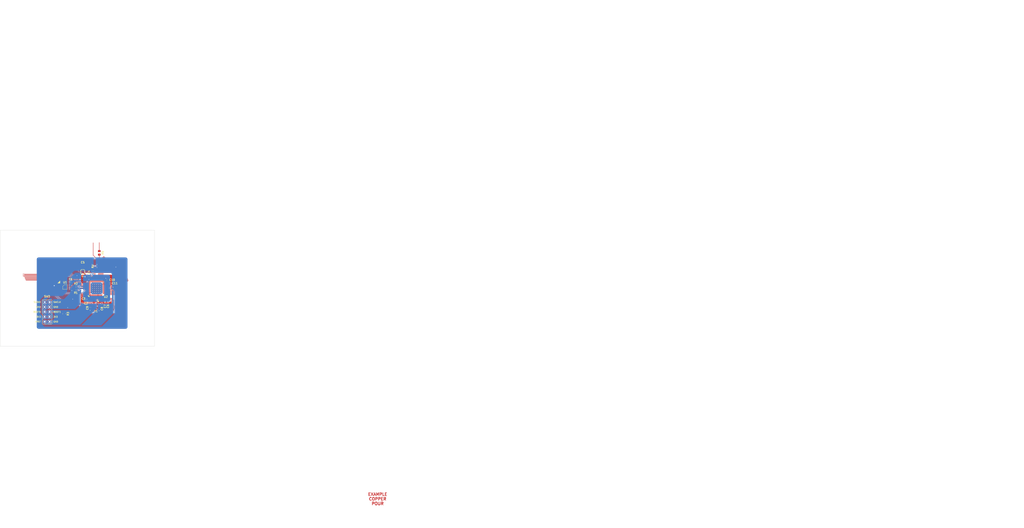
<source format=kicad_pcb>
(kicad_pcb (version 20221018) (generator pcbnew)
  (title_block (title "Joker template") (date "2021-09-11") (rev "V1.0.0") (company "Designed by Gondolindrim") (comment 1 "For the Acheron Project"))
  (layers (0 "F.Cu" signal) (31 "B.Cu" signal) (34 "B.Paste" user) (35 "F.Paste" user) (36 "B.SilkS" user "B.Silkscreen") (37 "F.SilkS" user "F.Silkscreen") (38 "B.Mask" user) (39 "F.Mask" user) (44 "Edge.Cuts" user))
  (net 0 "")
  (net 1 "Net-(C11-Pad2)")
  (net 2 "GND")
  (net 3 "3V3")
  (net 4 "5V")
  (net 5 "XTAL_OUT")
  (net 6 "XTAL_IN")
  (net 7 "SDA")
  (net 8 "SCL")
  (net 9 "D+")
  (net 10 "/PA9")
  (net 11 "unconnected-(U2-Pad2)")
  (net 12 "unconnected-(U2-Pad3)")
  (net 13 "unconnected-(U2-Pad4)")
  (net 14 "NRST")
  (net 15 "unconnected-(U2-Pad10)")
  (net 16 "unconnected-(U2-Pad11)")
  (net 17 "unconnected-(U2-Pad12)")
  (net 18 "unconnected-(U2-Pad13)")
  (net 19 "unconnected-(U2-Pad14)")
  (net 20 "unconnected-(U2-Pad15)")
  (net 21 "LED_PWM")
  (net 22 "unconnected-(U2-Pad17)")
  (net 23 "unconnected-(U2-Pad18)")
  (net 24 "CAPS_INDICATOR")
  (net 25 "PB2{slash}BOOT1")
  (net 26 "unconnected-(U2-Pad21)")
  (net 27 "unconnected-(U2-Pad25)")
  (net 28 "unconnected-(U2-Pad26)")
  (net 29 "unconnected-(U2-Pad27)")
  (net 30 "RGB_3V3")
  (net 31 "unconnected-(U2-Pad29)")
  (net 32 "unconnected-(U2-Pad31)")
  (net 33 "D-")
  (net 34 "SWDIO")
  (net 35 "SWCLK")
  (net 36 "unconnected-(U2-Pad38)")
  (net 37 "unconnected-(U2-Pad39)")
  (net 38 "unconnected-(U2-Pad40)")
  (net 39 "unconnected-(U2-Pad41)")
  (net 40 "BOOT0")
  (net 41 "unconnected-(U2-Pad45)")
  (net 42 "unconnected-(U2-Pad46)")
  (footprint "acheron_Components:TSSOP-8_4.4x3mm_P0.65mm" (layer "F.Cu") (at 224.4 124.499999)
    (fp_text reference "U1" (at 0 -2.45) (layer "F.SilkS") (effects (font (thickness 0.2))))
    (fp_text value "BL24C256A-SFRC")
    (pad "1" smd roundrect (at -2.8625 -0.975) (size 1.475 0.4) (layers "F.Cu" "F.Paste" "F.Mask") (roundrect_rratio 0.5) (net 2 "GND"))
    (pad "2" smd rect (at -2.8625 -0.325) (size 1.475 0.4) (layers "F.Cu" "F.Paste" "F.Mask") (net 2 "GND"))
    (pad "3" smd rect (at -2.8625 0.325) (size 1.475 0.4) (layers "F.Cu" "F.Paste" "F.Mask") (net 2 "GND"))
    (pad "4" smd rect (at -2.8625 0.975) (size 1.475 0.4) (layers "F.Cu" "F.Paste" "F.Mask") (net 2 "GND"))
    (pad "5" smd rect (at 2.8625 0.975) (size 1.475 0.4) (layers "F.Cu" "F.Paste" "F.Mask") (net 7 "SDA"))
    (pad "6" smd rect (at 2.8625 0.325) (size 1.475 0.4) (layers "F.Cu" "F.Paste" "F.Mask") (net 8 "SCL"))
    (pad "7" smd rect (at 2.8625 -0.325) (size 1.475 0.4) (layers "F.Cu" "F.Paste" "F.Mask") (net 2 "GND"))
    (pad "8" smd rect (at 2.8625 -0.975) (size 1.475 0.4) (layers "F.Cu" "F.Paste" "F.Mask") (net 3 "3V3"))
  )
  (footprint "Capacitor_SMD:C_0402_1005Metric" (layer "F.Cu") (at 237.349972 134.999999 -90)
    (fp_text reference "C9" (at 0.35 1.4 90) (layer "F.SilkS") (effects (font (thickness 0.2))))
    (fp_text value "16p")
    (pad "1" smd roundrect (at -0.48 0 270) (size 0.56 0.62) (layers "F.Cu" "F.Paste" "F.Mask") (net 6 "XTAL_IN"))
    (pad "2" smd roundrect (at 0.48 0 270) (size 0.56 0.62) (layers "F.Cu" "F.Paste" "F.Mask") (net 2 "GND"))
  )
  (footprint "Capacitor_SMD:C_0402_1005Metric" (layer "F.Cu") (at 247.4 122.6 180)
    (fp_text reference "C11" (at -1.2 0.05) (layer "F.SilkS") (effects (font (thickness 0.2)) (justify left)))
    (fp_text value "4.7u")
    (pad "1" smd roundrect (at -0.48 0 180) (size 0.56 0.62) (layers "F.Cu" "F.Paste" "F.Mask") (net 2 "GND"))
    (pad "2" smd roundrect (at 0.48 0 180) (size 0.56 0.62) (layers "F.Cu" "F.Paste" "F.Mask") (net 1 "Net-(C11-Pad2)"))
  )
  (footprint "Capacitor_SMD:C_0402_1005Metric" (layer "F.Cu") (at 227.4 121.8 180)
    (fp_text reference "C1" (at 0 1.4) (layer "F.SilkS") (effects (font (thickness 0.2))))
    (fp_text value "100n")
    (pad "1" smd roundrect (at -0.48 0 180) (size 0.56 0.62) (layers "F.Cu" "F.Paste" "F.Mask") (net 2 "GND"))
    (pad "2" smd roundrect (at 0.48 0 180) (size 0.56 0.62) (layers "F.Cu" "F.Paste" "F.Mask") (net 3 "3V3"))
  )
  (footprint "Resistor_SMD:R_0805_2012Metric" (layer "F.Cu") (at 242.149972 106.800001 -90)
    (fp_text reference "R5" (at 0 -1.8 90) (layer "F.SilkS") (effects (font (thickness 0.2))))
    (fp_text value "0R")
    (pad "1" smd roundrect (at -0.9125 0 270) (size 1.025 1.4) (layers "F.Cu" "F.Paste" "F.Mask") (roundrect_rratio 0.243902439) (net 4 "5V"))
    (pad "2" smd roundrect (at 0.9125 0 270) (size 1.025 1.4) (layers "F.Cu" "F.Paste" "F.Mask") (roundrect_rratio 0.243902439) (net 10 "/PA9"))
  )
  (footprint "acheron_Components:STM_UFQFPN-48_LQFP-48-1EP_7x7mm_P0.5mm_HandSoldering_ThermalReliefs" (layer "F.Cu") (at 240.749972 125.149999 90)
    (fp_text reference "U2" (at -4.4 4.8 180) (layer "F.SilkS") (effects (font (thickness 0.2))))
    (fp_text value "STM32F411CEU6")
    (pad "1" smd roundrect (at -4 -2.75 90) (size 1.8 0.3) (layers "F.Cu" "F.Paste" "F.Mask") (roundrect_rratio 0.5) (net 3 "3V3"))
    (pad "2" smd rect (at -4 -2.25 90) (size 1.8 0.3) (layers "F.Cu" "F.Paste" "F.Mask") (net 11 "unconnected-(U2-Pad2)"))
    (pad "3" smd rect (at -4 -1.75 90) (size 1.8 0.3) (layers "F.Cu" "F.Paste" "F.Mask") (net 12 "unconnected-(U2-Pad3)"))
    (pad "4" smd rect (at -4 -1.25 90) (size 1.8 0.3) (layers "F.Cu" "F.Paste" "F.Mask") (net 13 "unconnected-(U2-Pad4)"))
    (pad "5" smd rect (at -4 -0.75 90) (size 1.8 0.3) (layers "F.Cu" "F.Paste" "F.Mask") (net 6 "XTAL_IN"))
    (pad "6" smd rect (at -4 -0.25 90) (size 1.8 0.3) (layers "F.Cu" "F.Paste" "F.Mask") (net 5 "XTAL_OUT"))
    (pad "7" smd rect (at -4 0.25 90) (size 1.8 0.3) (layers "F.Cu" "F.Paste" "F.Mask") (net 14 "NRST"))
    (pad "8" smd rect (at -4 0.75 90) (size 1.8 0.3) (layers "F.Cu" "F.Paste" "F.Mask") (net 2 "GND"))
    (pad "9" smd rect (at -4 1.25 90) (size 1.8 0.3) (layers "F.Cu" "F.Paste" "F.Mask") (net 3 "3V3"))
    (pad "10" smd rect (at -4 1.75 90) (size 1.8 0.3) (layers "F.Cu" "F.Paste" "F.Mask") (net 15 "unconnected-(U2-Pad10)"))
    (pad "11" smd rect (at -4 2.25 90) (size 1.8 0.3) (layers "F.Cu" "F.Paste" "F.Mask") (net 16 "unconnected-(U2-Pad11)"))
    (pad "12" smd rect (at -4 2.75 90) (size 1.8 0.3) (layers "F.Cu" "F.Paste" "F.Mask") (net 17 "unconnected-(U2-Pad12)"))
    (pad "13" smd rect (at -2.75 4 180) (size 1.8 0.3) (layers "F.Cu" "F.Paste" "F.Mask") (net 18 "unconnected-(U2-Pad13)"))
    (pad "14" smd rect (at -2.25 4 180) (size 1.8 0.3) (layers "F.Cu" "F.Paste" "F.Mask") (net 19 "unconnected-(U2-Pad14)"))
    (pad "15" smd rect (at -1.75 4 180) (size 1.8 0.3) (layers "F.Cu" "F.Paste" "F.Mask") (net 20 "unconnected-(U2-Pad15)"))
    (pad "16" smd rect (at -1.25 4 180) (size 1.8 0.3) (layers "F.Cu" "F.Paste" "F.Mask") (net 21 "LED_PWM"))
    (pad "17" smd rect (at -0.75 4 180) (size 1.8 0.3) (layers "F.Cu" "F.Paste" "F.Mask") (net 22 "unconnected-(U2-Pad17)"))
    (pad "18" smd rect (at -0.25 4 180) (size 1.8 0.3) (layers "F.Cu" "F.Paste" "F.Mask") (net 23 "unconnected-(U2-Pad18)"))
    (pad "19" smd rect (at 0.25 4 180) (size 1.8 0.3) (layers "F.Cu" "F.Paste" "F.Mask") (net 24 "CAPS_INDICATOR"))
    (pad "20" smd rect (at 0.75 4 180) (size 1.8 0.3) (layers "F.Cu" "F.Paste" "F.Mask") (net 25 "PB2{slash}BOOT1"))
    (pad "21" smd rect (at 1.25 4 180) (size 1.8 0.3) (layers "F.Cu" "F.Paste" "F.Mask") (net 26 "unconnected-(U2-Pad21)"))
    (pad "22" smd rect (at 1.75 4 180) (size 1.8 0.3) (layers "F.Cu" "F.Paste" "F.Mask") (net 1 "Net-(C11-Pad2)"))
    (pad "23" smd rect (at 2.25 4 180) (size 1.8 0.3) (layers "F.Cu" "F.Paste" "F.Mask") (net 2 "GND"))
    (pad "24" smd rect (at 2.75 4 180) (size 1.8 0.3) (layers "F.Cu" "F.Paste" "F.Mask") (net 3 "3V3"))
    (pad "25" smd rect (at 4 2.75 90) (size 1.8 0.3) (layers "F.Cu" "F.Paste" "F.Mask") (net 27 "unconnected-(U2-Pad25)"))
    (pad "26" smd rect (at 4 2.25 90) (size 1.8 0.3) (layers "F.Cu" "F.Paste" "F.Mask") (net 28 "unconnected-(U2-Pad26)"))
    (pad "27" smd rect (at 4 1.75 90) (size 1.8 0.3) (layers "F.Cu" "F.Paste" "F.Mask") (net 29 "unconnected-(U2-Pad27)"))
    (pad "28" smd rect (at 4 1.25 90) (size 1.8 0.3) (layers "F.Cu" "F.Paste" "F.Mask") (net 30 "RGB_3V3"))
    (pad "29" smd rect (at 4 0.75 90) (size 1.8 0.3) (layers "F.Cu" "F.Paste" "F.Mask") (net 31 "unconnected-(U2-Pad29)"))
    (pad "30" smd rect (at 4 0.25 90) (size 1.8 0.3) (layers "F.Cu" "F.Paste" "F.Mask") (net 10 "/PA9"))
    (pad "31" smd rect (at 4 -0.25 90) (size 1.8 0.3) (layers "F.Cu" "F.Paste" "F.Mask") (net 32 "unconnected-(U2-Pad31)"))
    (pad "32" smd rect (at 4 -0.75 90) (size 1.8 0.3) (layers "F.Cu" "F.Paste" "F.Mask") (net 33 "D-"))
    (pad "33" smd rect (at 4 -1.25 90) (size 1.8 0.3) (layers "F.Cu" "F.Paste" "F.Mask") (net 9 "D+"))
    (pad "34" smd rect (at 4 -1.75 90) (size 1.8 0.3) (layers "F.Cu" "F.Paste" "F.Mask") (net 34 "SWDIO"))
    (pad "35" smd rect (at 4 -2.25 90) (size 1.8 0.3) (layers "F.Cu" "F.Paste" "F.Mask") (net 2 "GND"))
    (pad "36" smd rect (at 4 -2.75 90) (size 1.8 0.3) (layers "F.Cu" "F.Paste" "F.Mask") (net 3 "3V3"))
    (pad "37" smd rect (at 2.75 -4 180) (size 1.8 0.3) (layers "F.Cu" "F.Paste" "F.Mask") (net 35 "SWCLK"))
    (pad "38" smd rect (at 2.25 -4 180) (size 1.8 0.3) (layers "F.Cu" "F.Paste" "F.Mask") (net 36 "unconnected-(U2-Pad38)"))
    (pad "39" smd rect (at 1.75 -4 180) (size 1.8 0.3) (layers "F.Cu" "F.Paste" "F.Mask") (net 37 "unconnected-(U2-Pad39)"))
    (pad "40" smd rect (at 1.25 -4 180) (size 1.8 0.3) (layers "F.Cu" "F.Paste" "F.Mask") (net 38 "unconnected-(U2-Pad40)"))
    (pad "41" smd rect (at 0.75 -4 180) (size 1.8 0.3) (layers "F.Cu" "F.Paste" "F.Mask") (net 39 "unconnected-(U2-Pad41)"))
    (pad "42" smd rect (at 0.25 -4 180) (size 1.8 0.3) (layers "F.Cu" "F.Paste" "F.Mask") (net 8 "SCL"))
    (pad "43" smd rect (at -0.25 -4 180) (size 1.8 0.3) (layers "F.Cu" "F.Paste" "F.Mask") (net 7 "SDA"))
    (pad "44" smd rect (at -0.75 -4 180) (size 1.8 0.3) (layers "F.Cu" "F.Paste" "F.Mask") (net 40 "BOOT0"))
    (pad "45" smd rect (at -1.25 -4 180) (size 1.8 0.3) (layers "F.Cu" "F.Paste" "F.Mask") (net 41 "unconnected-(U2-Pad45)"))
    (pad "46" smd rect (at -1.75 -4 180) (size 1.8 0.3) (layers "F.Cu" "F.Paste" "F.Mask") (net 42 "unconnected-(U2-Pad46)"))
    (pad "47" smd rect (at -2.25 -4 180) (size 1.8 0.3) (layers "F.Cu" "F.Paste" "F.Mask") (net 2 "GND"))
    (pad "47" thru_hole circle (at -2 -2 90) (size 0.6 0.6) (drill 0.3) (layers "*.Cu" "F.Mask") (net 2 "GND"))
    (pad "47" thru_hole circle (at -2 -1 90) (size 0.6 0.6) (drill 0.3) (layers "*.Cu" "F.Mask") (net 2 "GND"))
    (pad "47" thru_hole circle (at -2 0 90) (size 0.6 0.6) (drill 0.3) (layers "*.Cu" "F.Mask") (net 2 "GND"))
    (pad "47" thru_hole circle (at -2 1 90) (size 0.6 0.6) (drill 0.3) (layers "*.Cu" "F.Mask") (net 2 "GND"))
    (pad "47" thru_hole circle (at -2 2 90) (size 0.6 0.6) (drill 0.3) (layers "*.Cu" "F.Mask") (net 2 "GND"))
    (pad "47" thru_hole circle (at -1 -2 90) (size 0.6 0.6) (drill 0.3) (layers "*.Cu" "F.Mask") (net 2 "GND"))
    (pad "47" thru_hole circle (at -1 -1 90) (size 0.6 0.6) (drill 0.3) (layers "*.Cu" "F.Mask") (net 2 "GND"))
    (pad "47" thru_hole circle (at -1 0 90) (size 0.6 0.6) (drill 0.3) (layers "*.Cu" "F.Mask") (net 2 "GND"))
    (pad "47" thru_hole circle (at -1 1 90) (size 0.6 0.6) (drill 0.3) (layers "*.Cu" "F.Mask") (net 2 "GND"))
    (pad "47" thru_hole circle (at -1 2 90) (size 0.6 0.6) (drill 0.3) (layers "*.Cu" "F.Mask") (net 2 "GND"))
    (pad "47" thru_hole circle (at 0 -2 90) (size 0.6 0.6) (drill 0.3) (layers "*.Cu" "F.Mask") (net 2 "GND"))
    (pad "47" thru_hole circle (at 0 -1 90) (size 0.6 0.6) (drill 0.3) (layers "*.Cu" "F.Mask") (net 2 "GND"))
    (pad "47" thru_hole circle (at 0 0 90) (size 0.6 0.6) (drill 0.3) (layers "*.Cu" "F.Mask") (net 2 "GND"))
    (pad "47" smd rect (at 0 0 90) (size 5.2 5.2) (layers "F.Cu" "F.Mask") (net 2 "GND"))
    (pad "47" thru_hole circle (at 0 1 90) (size 0.6 0.6) (drill 0.3) (layers "*.Cu" "F.Mask") (net 2 "GND"))
    (pad "47" thru_hole circle (at 0 2 90) (size 0.6 0.6) (drill 0.3) (layers "*.Cu" "F.Mask") (net 2 "GND"))
    (pad "47" thru_hole circle (at 1 -2 90) (size 0.6 0.6) (drill 0.3) (layers "*.Cu" "F.Mask") (net 2 "GND"))
    (pad "47" thru_hole circle (at 1 -1 90) (size 0.6 0.6) (drill 0.3) (layers "*.Cu" "F.Mask") (net 2 "GND"))
    (pad "47" thru_hole circle (at 1 0 90) (size 0.6 0.6) (drill 0.3) (layers "*.Cu" "F.Mask") (net 2 "GND"))
    (pad "47" thru_hole circle (at 1 1 90) (size 0.6 0.6) (drill 0.3) (layers "*.Cu" "F.Mask") (net 2 "GND"))
    (pad "47" thru_hole circle (at 1 2 90) (size 0.6 0.6) (drill 0.3) (layers "*.Cu" "F.Mask") (net 2 "GND"))
    (pad "47" thru_hole circle (at 2 -2 90) (size 0.6 0.6) (drill 0.3) (layers "*.Cu" "F.Mask") (net 2 "GND"))
    (pad "47" thru_hole circle (at 2 -1 90) (size 0.6 0.6) (drill 0.3) (layers "*.Cu" "F.Mask") (net 2 "GND"))
    (pad "47" thru_hole circle (at 2 0 90) (size 0.6 0.6) (drill 0.3) (layers "*.Cu" "F.Mask") (net 2 "GND"))
    (pad "47" thru_hole circle (at 2 1 90) (size 0.6 0.6) (drill 0.3) (layers "*.Cu" "F.Mask") (net 2 "GND"))
    (pad "47" thru_hole circle (at 2 2 90) (size 0.6 0.6) (drill 0.3) (layers "*.Cu" "F.Mask") (net 2 "GND"))
    (pad "48" smd rect (at -2.75 -4 180) (size 1.8 0.3) (layers "F.Cu" "F.Paste" "F.Mask") (net 3 "3V3"))
  )
  (footprint "acheron_Connectors:PinHeader_2x5_P2.54mm_Vertical_Staggered" (layer "F.Cu") (at 215.112972 137.382999)
    (fp_text reference "X1" hide)
    (fp_text value "ARM JTAG" hide)
    (pad "1" thru_hole rect (at -1.2065 -5.08) (size 1.524 1.524) (drill 0.762) (layers "*.Cu" "*.Mask") (net 34 "SWDIO"))
    (pad "2" thru_hole oval (at 1.3335 -5.08) (size 1.524 1.524) (drill 0.762) (layers "*.Cu" "*.Mask") (net 35 "SWCLK"))
    (pad "3" thru_hole oval (at -1.3335 -2.54) (size 1.524 1.524) (drill 0.762) (layers "*.Cu" "*.Mask") (net 2 "GND"))
    (pad "4" thru_hole oval (at 1.2065 -2.54) (size 1.524 1.524) (drill 0.762) (layers "*.Cu" "*.Mask") (net 2 "GND"))
    (pad "5" thru_hole oval (at -1.2065 0) (size 1.524 1.524) (drill 0.762) (layers "*.Cu" "*.Mask") (net 40 "BOOT0"))
    (pad "6" thru_hole oval (at 1.3335 0) (size 1.524 1.524) (drill 0.762) (layers "*.Cu" "*.Mask") (net 25 "PB2{slash}BOOT1"))
    (pad "7" thru_hole oval (at -1.3335 2.54) (size 1.524 1.524) (drill 0.762) (layers "*.Cu" "*.Mask") (net 3 "3V3"))
    (pad "8" thru_hole oval (at 1.2065 2.54) (size 1.524 1.524) (drill 0.762) (layers "*.Cu" "*.Mask") (net 3 "3V3"))
    (pad "9" thru_hole oval (at -1.2065 5.08) (size 1.524 1.524) (drill 0.762) (layers "*.Cu" "*.Mask") (net 14 "NRST"))
    (pad "10" thru_hole oval (at 1.3335 5.08) (size 1.524 1.524) (drill 0.762) (layers "*.Cu" "*.Mask") (net 2 "GND"))
  )
  (footprint "Capacitor_SMD:C_0402_1005Metric" (layer "F.Cu") (at 245.979971 120.8 180)
    (fp_text reference "C10" (at -1.2 0) (layer "F.SilkS") (effects (font (thickness 0.2)) (justify left)))
    (fp_text value "100n")
    (pad "1" smd roundrect (at -0.48 0 180) (size 0.56 0.62) (layers "F.Cu" "F.Paste" "F.Mask") (net 2 "GND"))
    (pad "2" smd roundrect (at 0.48 0 180) (size 0.56 0.62) (layers "F.Cu" "F.Paste" "F.Mask") (net 3 "3V3"))
  )
  (footprint "Capacitor_SMD:C_0402_1005Metric" (layer "F.Cu") (at 235.249972 131.749999 180)
    (fp_text reference "C2" (at 0 -1.3 180) (layer "F.SilkS") (effects (font (thickness 0.2))))
    (fp_text value "100n")
    (pad "1" smd roundrect (at -0.48 0 180) (size 0.56 0.62) (layers "F.Cu" "F.Paste" "F.Mask") (net 3 "3V3"))
    (pad "2" smd roundrect (at 0.48 0 180) (size 0.56 0.62) (layers "F.Cu" "F.Paste" "F.Mask") (net 2 "GND"))
  )
  (footprint "acheron_Components:CP_EIA-3216-10_Kemet-I_Pad1.58x1.35mm_HandSolder" (layer "F.Cu") (at 233.549972 115.149999 90)
    (fp_text reference "C5" (at 3.4 0 180) (layer "F.SilkS") (effects (font (thickness 0.2))))
    (fp_text value "10u")
    (pad "1" smd roundrect (at -1.4375 0 90) (size 1.575 1.35) (layers "F.Cu" "F.Paste" "F.Mask") (roundrect_rratio 0.185185) (net 3 "3V3"))
    (pad "2" smd roundrect (at 1.4375 0 90) (size 1.575 1.35) (layers "F.Cu" "F.Paste" "F.Mask") (roundrect_rratio 0.185185) (net 2 "GND"))
  )
  (footprint "Capacitor_SMD:C_0402_1005Metric" (layer "F.Cu") (at 246.649972 132.229999 -90)
    (fp_text reference "C6" (at 1.15 0 90) (layer "F.SilkS") (effects (font (thickness 0.2)) (justify right)))
    (fp_text value "1u")
    (pad "1" smd roundrect (at -0.48 0 270) (size 0.56 0.62) (layers "F.Cu" "F.Paste" "F.Mask") (net 3 "3V3"))
    (pad "2" smd roundrect (at 0.48 0 270) (size 0.56 0.62) (layers "F.Cu" "F.Paste" "F.Mask") (net 2 "GND"))
  )
  (footprint "acheron_Components:Crystal_SMD_3225-4Pin_3.2x2.5mm" (layer "F.Cu") (at 240.437472 134.399999 180)
    (fp_text reference "Y1" (at 0 -2.6) (layer "F.SilkS") (effects (font (thickness 0.2))))
    (fp_text value "7325-0800A2010-00")
    (pad "1" smd rect (at -1.1 0.85 180) (size 1.4 1.2) (layers "F.Cu" "F.Paste" "F.Mask") (net 5 "XTAL_OUT"))
    (pad "2" smd rect (at 1.1 0.85 180) (size 1.4 1.2) (layers "F.Cu" "F.Paste" "F.Mask") (net 2 "GND"))
    (pad "3" smd rect (at 1.1 -0.85 180) (size 1.4 1.2) (layers "F.Cu" "F.Paste" "F.Mask") (net 6 "XTAL_IN"))
    (pad "4" smd rect (at -1.1 -0.85 180) (size 1.4 1.2) (layers "F.Cu" "F.Paste" "F.Mask") (net 2 "GND"))
  )
  (footprint "Capacitor_SMD:C_0402_1005Metric" (layer "F.Cu") (at 233.949972 129.149999 180)
    (fp_text reference "C3" (at 0 -1.4) (layer "F.SilkS") (effects (font (thickness 0.2))))
    (fp_text value "100n")
    (pad "1" smd roundrect (at -0.48 0 180) (size 0.56 0.62) (layers "F.Cu" "F.Paste" "F.Mask") (net 3 "3V3"))
    (pad "2" smd roundrect (at 0.48 0 180) (size 0.56 0.62) (layers "F.Cu" "F.Paste" "F.Mask") (net 2 "GND"))
  )
  (footprint "Capacitor_SMD:C_0402_1005Metric" (layer "F.Cu") (at 243.549972 133.479999 -90)
    (fp_text reference "C8" (at 1.12 0 90) (layer "F.SilkS") (effects (font (thickness 0.2)) (justify right)))
    (fp_text value "16p")
    (pad "1" smd roundrect (at -0.48 0 270) (size 0.56 0.62) (layers "F.Cu" "F.Paste" "F.Mask") (net 5 "XTAL_OUT"))
    (pad "2" smd roundrect (at 0.48 0 270) (size 0.56 0.62) (layers "F.Cu" "F.Paste" "F.Mask") (net 2 "GND"))
  )
  (footprint "Resistor_SMD:R_0402_1005Metric" (layer "F.Cu") (at 230 126.149999 180)
    (fp_text reference "R1" (at 0 -1.35) (layer "F.SilkS") (effects (font (thickness 0.2))))
    (fp_text value "1.5k")
    (pad "1" smd roundrect (at -0.51 0 180) (size 0.54 0.64) (layers "F.Cu" "F.Paste" "F.Mask") (net 3 "3V3"))
    (pad "2" smd roundrect (at 0.51 0 180) (size 0.54 0.64) (layers "F.Cu" "F.Paste" "F.Mask") (net 7 "SDA"))
  )
  (footprint "Resistor_SMD:R_0402_1005Metric" (layer "F.Cu") (at 238.749973 116.000001 90)
    (fp_text reference "R4" (at 2.2 0 90) (layer "F.SilkS") (effects (font (thickness 0.2))))
    (fp_text value "1.5k")
    (pad "1" smd roundrect (at -0.51 0 90) (size 0.54 0.64) (layers "F.Cu" "F.Paste" "F.Mask") (net 3 "3V3"))
    (pad "2" smd roundrect (at 0.51 0 90) (size 0.54 0.64) (layers "F.Cu" "F.Paste" "F.Mask") (net 9 "D+"))
  )
  (footprint "Resistor_SMD:R_0402_1005Metric" (layer "F.Cu") (at 230 124.149999 180)
    (fp_text reference "R2" (at 0 1.4) (layer "F.SilkS") (effects (font (thickness 0.2))))
    (fp_text value "1.5k")
    (pad "1" smd roundrect (at -0.51 0 180) (size 0.54 0.64) (layers "F.Cu" "F.Paste" "F.Mask") (net 3 "3V3"))
    (pad "2" smd roundrect (at 0.51 0 180) (size 0.54 0.64) (layers "F.Cu" "F.Paste" "F.Mask") (net 8 "SCL"))
  )
  (footprint "Resistor_SMD:R_0805_2012Metric" (layer "F.Cu") (at 223.949972 138.349999 -90)
    (fp_text reference "R3" (at 0 -2 90) (layer "F.SilkS") (effects (font (thickness 0.2))))
    (fp_text value "10k")
    (pad "1" smd roundrect (at -0.9125 0 270) (size 1.025 1.4) (layers "F.Cu" "F.Paste" "F.Mask") (roundrect_rratio 0.243902) (net 25 "PB2{slash}BOOT1"))
    (pad "2" smd roundrect (at 0.9125 0 270) (size 1.025 1.4) (layers "F.Cu" "F.Paste" "F.Mask") (roundrect_rratio 0.243902) (net 2 "GND"))
  )
  (footprint "Capacitor_SMD:C_0402_1005Metric" (layer "F.Cu") (at 236.749972 119.149999 -90)
    (fp_text reference "C4" (at -1.2 0 90) (layer "F.SilkS") (effects (font (thickness 0.2)) (justify left)))
    (fp_text value "100n")
    (pad "1" smd roundrect (at -0.48 0 270) (size 0.56 0.62) (layers "F.Cu" "F.Paste" "F.Mask") (net 2 "GND"))
    (pad "2" smd roundrect (at 0.48 0 270) (size 0.56 0.62) (layers "F.Cu" "F.Paste" "F.Mask") (net 3 "3V3"))
  )
  (footprint "Capacitor_SMD:C_0402_1005Metric" (layer "F.Cu") (at 245.149972 132.229999 -90)
    (fp_text reference "C7" (at 1.15 0 90) (layer "F.SilkS") (effects (font (thickness 0.2)) (justify right)))
    (fp_text value "10n")
    (pad "1" smd roundrect (at -0.48 0 270) (size 0.56 0.62) (layers "F.Cu" "F.Paste" "F.Mask") (net 3 "3V3"))
    (pad "2" smd roundrect (at 0.48 0 270) (size 0.56 0.62) (layers "F.Cu" "F.Paste" "F.Mask") (net 2 "GND"))
  )
  (gr_line (start 270.749972 95.149999) (end 270.749972 155.149999) (stroke (width 0.1)) (layer "Edge.Cuts"))
  (gr_line (start 270.749972 155.149999) (end 190.749972 155.149999) (stroke (width 0.1)) (layer "Edge.Cuts"))
  (gr_line (start 190.749972 95.149999) (end 270.749972 95.149999) (stroke (width 0.1)) (layer "Edge.Cuts"))
  (gr_line (start 190.749972 155.149999) (end 190.749972 95.149999) (stroke (width 0.1)) (layer "Edge.Cuts"))
  (gr_text "EXAMPLE\nCOPPER\nPOUR" (at 386.349973 234.300001) (layer "F.Cu") (effects (font (size 1.5 1.5) (thickness 0.3))))
  (gr_text "nRST" (at 211.937972 142.462998) (layer "F.SilkS") (effects (font (size 0.8 0.8) (thickness 0.16)) (justify right)))
  (gr_text "3V3" (at 218.287972 139.922999) (layer "F.SilkS") (effects (font (size 0.8 0.8) (thickness 0.16)) (justify left)))
  (gr_text "SWD" (at 215.112972 129.382999) (layer "F.SilkS") (effects (font (size 1 1) (thickness 0.2))))
  (gr_text "GND" (at 218.287972 134.842999) (layer "F.SilkS") (effects (font (size 0.8 0.8) (thickness 0.16)) (justify left)))
  (gr_text "GND" (at 211.937972 134.842999) (layer "F.SilkS") (effects (font (size 0.8 0.8) (thickness 0.16)) (justify right)))
  (gr_text "SWDIO" (at 211.937972 132.303) (layer "F.SilkS") (effects (font (size 0.8 0.8) (thickness 0.16)) (justify right)))
  (gr_text "GND" (at 218.287972 142.462998) (layer "F.SilkS") (effects (font (size 0.8 0.8) (thickness 0.16)) (justify left)))
  (gr_text "BOOT0" (at 211.937972 137.382999) (layer "F.SilkS") (effects (font (size 0.8 0.8) (thickness 0.16)) (justify right)))
  (gr_text "3V3" (at 211.937972 139.922999) (layer "F.SilkS") (effects (font (size 0.8 0.8) (thickness 0.16)) (justify right)))
  (gr_text "BOOT1" (at 218.287972 137.382999) (layer "F.SilkS") (effects (font (size 0.8 0.8) (thickness 0.16)) (justify left)))
  (gr_text "SWCLK" (at 218.287972 132.303) (layer "F.SilkS") (effects (font (size 0.8 0.8) (thickness 0.16)) (justify left)))
  (segment (start 246.120001 123.399999) (end 246.92 122.6) (width 0.2) (layer "F.Cu") (net 1))
  (segment (start 244.749972 123.399999) (end 246.120001 123.399999) (width 0.2) (layer "F.Cu") (net 1))
  (segment (start 241.499972 129.149999) (end 241.499972 127.099999) (width 0.2) (layer "F.Cu") (net 2))
  (segment (start 244.749972 122.899999) (end 242.699972 122.899999) (width 0.2) (layer "F.Cu") (net 2))
  (segment (start 238.499972 121.149999) (end 238.499972 123.199999) (width 0.2) (layer "F.Cu") (net 2))
  (segment (start 236.749972 127.399999) (end 238.799972 127.399999) (width 0.2) (layer "F.Cu") (net 2))
  (segment (start 239.567472 133.119999) (end 239.587472 133.099999) (width 0.2) (layer "F.Cu") (net 2))
  (via (at 249.27497 124.599999) (size 0.6) (drill 0.3) (layers "F.Cu" "B.Cu") (net 2))
  (via (at 228.349972 130.749999) (size 0.6) (drill 0.3) (layers "F.Cu" "B.Cu") (net 2))
  (via (at 230.6 118.6) (size 0.6) (drill 0.3) (layers "F.Cu" "B.Cu") (net 2))
  (via (at 227.949972 126.299999) (size 0.6) (drill 0.3) (layers "F.Cu" "B.Cu") (net 2))
  (via (at 250.749972 114.149999) (size 0.6) (drill 0.3) (layers "F.Cu" "B.Cu") (net 2))
  (via (at 218.8 123.800001) (size 1) (drill 0.5) (layers "F.Cu" "B.Cu") (net 2))
  (via (at 238.349972 114.399999) (size 0.6) (drill 0.3) (layers "F.Cu" "B.Cu") (net 2))
  (via (at 240.949972 112.799999) (size 0.6) (drill 0.3) (layers "F.Cu" "B.Cu") (net 2))
  (via (at 238.349972 112.799999) (size 0.6) (drill 0.3) (layers "F.Cu" "B.Cu") (net 2))
  (via (at 237.4 136.6) (size 0.6) (drill 0.3) (layers "F.Cu" "B.Cu") (net 2))
  (via (at 242 136.8) (size 0.6) (drill 0.3) (layers "F.Cu" "B.Cu") (net 2))
  (via (at 225.749972 135.149999) (size 0.6) (drill 0.3) (layers "F.Cu" "B.Cu") (net 2))
  (via (at 240.949972 114.399999) (size 0.6) (drill 0.3) (layers "F.Cu" "B.Cu") (net 2))
  (segment (start 236.149972 129.149999) (end 234.429972 129.149999) (width 0.2) (layer "F.Cu") (net 3))
  (segment (start 234.429972 129.149999) (end 234.429972 130.149999) (width 0.2) (layer "F.Cu") (net 3))
  (segment (start 236.749972 119.629999) (end 237.529972 119.629999) (width 0.2) (layer "F.Cu") (net 3))
  (segment (start 236.539948 131.749999) (end 237.999972 130.289975) (width 0.2) (layer "F.Cu") (net 3))
  (segment (start 245.499971 120.8) (end 245.499971 119.949999) (width 0.2) (layer "F.Cu") (net 3))
  (segment (start 241.999972 129.149999) (end 241.999972 130.495017) (width 0.2) (layer "F.Cu") (net 3))
  (segment (start 234.749972 119.149999) (end 234.749972 117.787499) (width 0.5) (layer "F.Cu") (net 3))
  (segment (start 236.749972 128.549999) (end 236.149972 129.149999) (width 0.2) (layer "F.Cu") (net 3))
  (segment (start 235.729972 130.749999) (end 235.729972 131.749999) (width 0.2) (layer "F.Cu") (net 3))
  (segment (start 235.729972 131.749999) (end 236.539948 131.749999) (width 0.2) (layer "F.Cu") (net 3))
  (segment (start 226.92 121.8) (end 226.92 121.28) (width 0.2) (layer "F.Cu") (net 3))
  (segment (start 237.529972 119.629999) (end 237.999972 120.099999) (width 0.2) (layer "F.Cu") (net 3))
  (segment (start 226.92 121.8) (end 226.92 123.4) (width 0.2) (layer "F.Cu") (net 3))
  (segment (start 246.649972 131.749999) (end 247.649972 131.749999) (width 0.2) (layer "F.Cu") (net 3))
  (segment (start 237.999972 130.289975) (end 237.999972 129.149999) (width 0.2) (layer "F.Cu") (net 3))
  (segment (start 233.549972 116.587499) (end 232.187472 116.587499) (width 0.5) (layer "F.Cu") (net 3))
  (segment (start 236.779972 119.629999) (end 236.779972 120.549999) (width 0.2) (layer "F.Cu") (net 3))
  (segment (start 234.749972 117.787499) (end 233.549972 116.587499) (width 0.5) (layer "F.Cu") (net 3))
  (segment (start 236.749972 127.899999) (end 236.749972 128.549999) (width 0.2) (layer "F.Cu") (net 3))
  (segment (start 244.749972 122.399999) (end 244.749972 121.549999) (width 0.2) (layer "F.Cu") (net 3))
  (segment (start 238.900472 116.6605) (end 238.749973 116.510001) (width 0.2) (layer "F.Cu") (net 3))
  (segment (start 244.89853 131.498557) (end 246.39853 131.498557) (width 0.2) (layer "F.Cu") (net 3))
  (segment (start 244.89853 131.498557) (end 245.149972 131.749999) (width 0.2) (layer "F.Cu") (net 3))
  (segment (start 238.900472 117.400001) (end 238.900472 116.6605) (width 0.2) (layer "F.Cu") (net 3))
  (segment (start 245.499971 120.8) (end 244.749972 121.549999) (width 0.2) (layer "F.Cu") (net 3))
  (segment (start 243.003512 131.498557) (end 244.89853 131.498557) (width 0.2) (layer "F.Cu") (net 3))
  (segment (start 232.187472 116.587499) (end 230.149972 114.549999) (width 0.5) (layer "F.Cu") (net 3))
  (segment (start 246.39853 131.498557) (end 246.649972 131.749999) (width 0.2) (layer "F.Cu") (net 3))
  (segment (start 237.999972 121.149999) (end 237.999972 120.099999) (width 0.2) (layer "F.Cu") (net 3))
  (segment (start 241.999972 130.495017) (end 243.003512 131.498557) (width 0.2) (layer "F.Cu") (net 3))
  (segment (start 230.149972 114.549999) (end 230.149972 111.549999) (width 0.5) (layer "F.Cu") (net 3))
  (segment (start 226.92 121.28) (end 227.6 120.6) (width 0.2) (layer "F.Cu") (net 3))
  (segment (start 230.51 124.149999) (end 231.349972 124.149999) (width 0.2) (layer "F.Cu") (net 3))
  (segment (start 236.199972 127.899999) (end 236.749972 127.899999) (width 0.2) (layer "F.Cu") (net 3))
  (segment (start 230.51 126.099999) (end 231.4 126.099999) (width 0.2) (layer "F.Cu") (net 3))
  (via (at 234.429972 130.149999) (size 0.6) (drill 0.3) (layers "F.Cu" "B.Cu") (net 3))
  (via (at 247.649972 131.749999) (size 0.6) (drill 0.3) (layers "F.Cu" "B.Cu") (net 3))
  (via (at 236.779972 120.549999) (size 0.6) (drill 0.3) (layers "F.Cu" "B.Cu") (net 3))
  (via (at 235.729972 130.749999) (size 0.6) (drill 0.3) (layers "F.Cu" "B.Cu") (net 3))
  (via (at 231.349972 124.149999) (size 0.6) (drill 0.3) (layers "F.Cu" "B.Cu") (net 3))
  (via (at 245.499971 119.949999) (size 0.6) (drill 0.3) (layers "F.Cu" "B.Cu") (net 3))
  (via (at 234.749972 119.149999) (size 1) (drill 0.5) (layers "F.Cu" "B.Cu") (net 3))
  (via (at 227.6 120.6) (size 0.6) (drill 0.3) (layers "F.Cu" "B.Cu") (net 3))
  (via (at 231.4 126.099999) (size 0.6) (drill 0.3) (layers "F.Cu" "B.Cu") (net 3))
  (via (at 238.900472 117.400001) (size 0.6) (drill 0.3) (layers "F.Cu" "B.Cu") (net 3))
  (segment (start 211.957972 131.157999) (end 211.957972 138.101499) (width 0.2) (layer "B.Cu") (net 3))
  (segment (start 237.000453 116.40048) (end 229.384486 116.400479) (width 0.2) (layer "B.Cu") (net 3))
  (segment (start 238.900472 117.400001) (end 238.900472 118.300499) (width 0.2) (layer "B.Cu") (net 3))
  (segment (start 216.319472 139.922999) (end 213.779472 139.922999) (width 0.2) (layer "B.Cu") (net 3))
  (segment (start 211.957972 138.101499) (end 213.779472 139.922999) (width 0.2) (layer "B.Cu") (net 3))
  (segment (start 232.35 125.149999) (end 234.149972 125.149999) (width 0.5) (layer "B.Cu") (net 3))
  (segment (start 225.950453 119.834512) (end 225.950453 126.965518) (width 0.2) (layer "B.Cu") (net 3))
  (segment (start 229.384486 116.400479) (end 225.950453 119.834512) (width 0.2) (layer "B.Cu") (net 3))
  (segment (start 225.950453 126.965518) (end 223.357972 129.557999) (width 0.2) (layer "B.Cu") (net 3))
  (segment (start 238.900472 118.300499) (end 237.000453 116.40048) (width 0.2) (layer "B.Cu") (net 3))
  (segment (start 247.649972 131.749999) (end 247.249972 131.349999) (width 0.5) (layer "B.Cu") (net 3))
  (segment (start 231.4 126.099999) (end 232.35 125.149999) (width 0.5) (layer "B.Cu") (net 3))
  (segment (start 213.557972 129.557999) (end 211.957972 131.157999) (width 0.2) (layer "B.Cu") (net 3))
  (segment (start 231.349972 124.149999) (end 234.149972 124.149999) (width 0.5) (layer "B.Cu") (net 3))
  (segment (start 227.6 120.6) (end 234.349972 120.599999) (width 0.2) (layer "B.Cu") (net 3))
  (segment (start 223.357972 129.557999) (end 213.557972 129.557999) (width 0.2) (layer "B.Cu") (net 3))
  (segment (start 242.149972 105.874999) (end 242.149972 101.450028) (width 0.2) (layer "F.Cu") (net 4))
  (segment (start 240.499972 129.149999) (end 240.499972 132.512499) (width 0.2) (layer "F.Cu") (net 5))
  (segment (start 242.087472 132.999999) (end 241.537472 133.549999) (width 0.2) (layer "F.Cu") (net 5))
  (segment (start 243.549972 132.999999) (end 242.087472 132.999999) (width 0.2) (layer "F.Cu") (net 5))
  (segment (start 240.499972 132.512499) (end 241.537472 133.549999) (width 0.2) (layer "F.Cu") (net 5))
  (segment (start 238.079972 135.249999) (end 237.349972 134.519999) (width 0.2) (layer "F.Cu") (net 6))
  (segment (start 237.349972 134.519999) (end 237.349972 133.199999) (width 0.2) (layer "F.Cu") (net 6))
  (segment (start 239.107472 135.479999) (end 239.337472 135.249999) (width 0.2) (layer "F.Cu") (net 6))
  (segment (start 239.337472 135.249999) (end 238.079972 135.249999) (width 0.2) (layer "F.Cu") (net 6))
  (segment (start 237.349972 133.199999) (end 239.999972 130.549999) (width 0.2) (layer "F.Cu") (net 6))
  (segment (start 239.999972 130.549999) (end 239.999972 129.149999) (width 0.2) (layer "F.Cu") (net 6))
  (segment (start 230.24 125.399999) (end 229.49 126.149999) (width 0.2) (layer "F.Cu") (net 7))
  (segment (start 236.730452 125.380479) (end 236.749972 125.399999) (width 0.2) (layer "F.Cu") (net 7))
  (segment (start 227.2625 125.474999) (end 228.815 125.474999) (width 0.2) (layer "F.Cu") (net 7))
  (segment (start 228.815 125.474999) (end 229.49 126.149999) (width 0.2) (layer "F.Cu") (net 7))
  (segment (start 236.749972 125.399999) (end 230.24 125.399999) (width 0.2) (layer "F.Cu") (net 7))
  (segment (start 228.815 124.824999) (end 229.49 124.149999) (width 0.2) (layer "F.Cu") (net 8))
  (segment (start 227.2625 124.824999) (end 228.815 124.824999) (width 0.2) (layer "F.Cu") (net 8))
  (segment (start 236.749972 124.899999) (end 230.24 124.899999) (width 0.2) (layer "F.Cu") (net 8))
  (segment (start 230.24 124.899999) (end 229.49 124.149999) (width 0.2) (layer "F.Cu") (net 8))
  (segment (start 239.499972 114.740002) (end 239.499972 113.749999) (width 0.2) (layer "F.Cu") (net 9))
  (segment (start 239.499972 121.149999) (end 239.499972 114.740002) (width 0.2) (layer "F.Cu") (net 9))
  (segment (start 238.749973 115.490001) (end 239.499972 114.740002) (width 0.2) (layer "F.Cu") (net 9))
  (segment (start 239.499972 113.749999) (end 239.349972 113.599999) (width 0.2) (layer "F.Cu") (net 9))
  (via (at 239.349972 113.599999) (size 0.6) (drill 0.3) (layers "F.Cu" "B.Cu") (net 9))
  (via (at 239.349972 113.599999) (size 0.6) (drill 0.3) (layers "F.Cu" "B.Cu") (net 9))
  (segment (start 239.549972 109.117155) (end 239.549972 113.399999) (width 0.2) (layer "B.Cu") (net 9))
  (segment (start 239.549972 113.399999) (end 239.349972 113.599999) (width 0.2) (layer "B.Cu") (net 9))
  (segment (start 240.999972 119.315005) (end 242.149972 118.165005) (width 0.2) (layer "F.Cu") (net 10))
  (segment (start 242.149972 118.165005) (end 242.149972 107.324999) (width 0.2) (layer "F.Cu") (net 10))
  (segment (start 240.999972 121.149999) (end 240.999972 119.315005) (width 0.2) (layer "F.Cu") (net 10))
  (segment (start 235.927477 132.927477) (end 224.312442 132.927477) (width 0.2) (layer "F.Cu") (net 11))
  (segment (start 238.499972 130.354981) (end 235.927477 132.927477) (width 0.2) (layer "F.Cu") (net 11))
  (segment (start 224.312442 132.927477) (end 211.582085 120.197119) (width 0.2) (layer "F.Cu") (net 11))
  (segment (start 211.582085 120.197119) (end 203.749972 120.197119) (width 0.2) (layer "F.Cu") (net 11))
  (segment (start 238.499972 129.149999) (end 238.499972 130.354981) (width 0.2) (layer "F.Cu") (net 11))
  (segment (start 224.146957 133.326996) (end 236.092963 133.326996) (width 0.2) (layer "F.Cu") (net 12))
  (segment (start 211.416599 120.596639) (end 224.146957 133.326996) (width 0.2) (layer "F.Cu") (net 12))
  (segment (start 238.999972 130.419987) (end 238.999972 129.149999) (width 0.2) (layer "F.Cu") (net 12))
  (segment (start 236.092963 133.326996) (end 238.999972 130.419987) (width 0.2) (layer "F.Cu") (net 12))
  (segment (start 203.949972 120.596639) (end 211.416599 120.596639) (width 0.2) (layer "F.Cu") (net 12))
  (segment (start 204.149972 120.996159) (end 211.251113 120.996159) (width 0.2) (layer "F.Cu") (net 13))
  (segment (start 223.981471 133.726516) (end 236.258449 133.726516) (width 0.2) (layer "F.Cu") (net 13))
  (segment (start 236.258449 133.726516) (end 239.499972 130.484993) (width 0.2) (layer "F.Cu") (net 13))
  (segment (start 239.499972 130.484993) (end 239.499972 129.149999) (width 0.2) (layer "F.Cu") (net 13))
  (segment (start 211.251113 120.996159) (end 223.981471 133.726516) (width 0.2) (layer "F.Cu") (net 13))
  (segment (start 240.999972 131.049999) (end 241.149972 131.199999) (width 0.2) (layer "F.Cu") (net 14))
  (segment (start 240.999972 129.149999) (end 240.999972 131.049999) (width 0.2) (layer "F.Cu") (net 14))
  (via (at 241.149972 131.199999) (size 0.6) (drill 0.3) (layers "F.Cu" "B.Cu") (net 14))
  (segment (start 213.244481 143.479502) (end 214.115458 144.350479) (width 0.2) (layer "B.Cu") (net 14))
  (segment (start 214.115458 144.350479) (end 232.399492 144.350479) (width 0.2) (layer "B.Cu") (net 14))
  (segment (start 213.906472 142.462999) (end 213.244481 143.12499) (width 0.2) (layer "B.Cu") (net 14))
  (segment (start 213.244481 143.12499) (end 213.244481 143.479502) (width 0.2) (layer "B.Cu") (net 14))
  (segment (start 241.149972 135.599999) (end 241.149972 131.199999) (width 0.2) (layer "B.Cu") (net 14))
  (segment (start 232.399492 144.350479) (end 241.149972 135.599999) (width 0.2) (layer "B.Cu") (net 14))
  (segment (start 248.814391 134.430007) (end 251.282461 136.898077) (width 0.2) (layer "F.Cu") (net 15))
  (segment (start 242.499972 130.430011) (end 243.168999 131.099038) (width 0.2) (layer "F.Cu") (net 15))
  (segment (start 243.168999 131.099038) (end 248.211511 131.099039) (width 0.2) (layer "F.Cu") (net 15))
  (segment (start 248.211511 131.099039) (end 248.814391 131.701919) (width 0.2) (layer "F.Cu") (net 15))
  (segment (start 248.814391 131.701919) (end 248.814391 134.430007) (width 0.2) (layer "F.Cu") (net 15))
  (segment (start 242.499972 129.149999) (end 242.499972 130.430011) (width 0.2) (layer "F.Cu") (net 15))
  (segment (start 251.447946 136.498556) (end 249.213913 134.264523) (width 0.2) (layer "F.Cu") (net 16))
  (segment (start 249.213911 131.466445) (end 248.446985 130.699519) (width 0.2) (layer "F.Cu") (net 16))
  (segment (start 243.334486 130.699519) (end 242.999972 130.365005) (width 0.2) (layer "F.Cu") (net 16))
  (segment (start 242.999972 130.365005) (end 242.999972 129.149999) (width 0.2) (layer "F.Cu") (net 16))
  (segment (start 248.446985 130.699519) (end 243.334486 130.699519) (width 0.2) (layer "F.Cu") (net 16))
  (segment (start 249.213913 134.264523) (end 249.213911 131.466445) (width 0.2) (layer "F.Cu") (net 16))
  (segment (start 249.613433 134.099037) (end 251.613433 136.099037) (width 0.2) (layer "F.Cu") (net 17))
  (segment (start 249.613431 131.300959) (end 249.613433 134.099037) (width 0.2) (layer "F.Cu") (net 17))
  (segment (start 248.612471 130.299999) (end 249.613431 131.300959) (width 0.2) (layer "F.Cu") (net 17))
  (segment (start 243.499972 129.149999) (end 243.499972 129.949999) (width 0.2) (layer "F.Cu") (net 17))
  (segment (start 243.499972 129.949999) (end 243.849972 130.299999) (width 0.2) (layer "F.Cu") (net 17))
  (segment (start 243.849972 130.299999) (end 248.612471 130.299999) (width 0.2) (layer "F.Cu") (net 17))
  (segment (start 244.749972 127.899999) (end 246.022435 127.899999) (width 0.2) (layer "F.Cu") (net 18))
  (segment (start 246.022435 127.899999) (end 246.619551 128.497115) (width 0.2) (layer "F.Cu") (net 18))
  (segment (start 249.80539 128.497116) (end 257.205867 121.096639) (width 0.2) (layer "F.Cu") (net 18))
  (segment (start 246.619551 128.497115) (end 249.80539 128.497116) (width 0.2) (layer "F.Cu") (net 18))
  (segment (start 249.639903 128.097597) (end 257.040381 120.697119) (width 0.2) (layer "F.Cu") (net 19))
  (segment (start 246.785038 128.097596) (end 249.639903 128.097597) (width 0.2) (layer "F.Cu") (net 19))
  (segment (start 244.749972 127.399999) (end 246.087441 127.399999) (width 0.2) (layer "F.Cu") (net 19))
  (segment (start 246.087441 127.399999) (end 246.785038 128.097596) (width 0.2) (layer "F.Cu") (net 19))
  (segment (start 246.950525 127.698077) (end 249.474416 127.698078) (width 0.2) (layer "F.Cu") (net 20))
  (segment (start 249.474416 127.698078) (end 256.874895 120.297599) (width 0.2) (layer "F.Cu") (net 20))
  (segment (start 246.152447 126.899999) (end 246.950525 127.698077) (width 0.2) (layer "F.Cu") (net 20))
  (segment (start 244.749972 126.899999) (end 246.152447 126.899999) (width 0.2) (layer "F.Cu") (net 20))
  (segment (start 246.217453 126.399999) (end 244.749972 126.399999) (width 0.2) (layer "F.Cu") (net 21))
  (segment (start 256.709409 119.898079) (end 249.30893 127.298558) (width 0.2) (layer "F.Cu") (net 21))
  (segment (start 249.30893 127.298558) (end 247.116012 127.298558) (width 0.2) (layer "F.Cu") (net 21))
  (segment (start 247.116012 127.298558) (end 246.217453 126.399999) (width 0.2) (layer "F.Cu") (net 21))
  (segment (start 246.282459 125.899999) (end 244.749972 125.899999) (width 0.2) (layer "F.Cu") (net 22))
  (segment (start 256.543923 119.498559) (end 249.143443 126.899039) (width 0.2) (layer "F.Cu") (net 22))
  (segment (start 249.143443 126.899039) (end 247.281499 126.899039) (width 0.2) (layer "F.Cu") (net 22))
  (segment (start 247.281499 126.899039) (end 246.282459 125.899999) (width 0.2) (layer "F.Cu") (net 22))
  (segment (start 246.347465 125.399999) (end 244.749972 125.399999) (width 0.2) (layer "F.Cu") (net 23))
  (segment (start 248.977958 126.499518) (end 247.446985 126.499519) (width 0.2) (layer "F.Cu") (net 23))
  (segment (start 247.446985 126.499519) (end 246.347465 125.399999) (width 0.2) (layer "F.Cu") (net 23))
  (segment (start 256.378437 119.099039) (end 248.977958 126.499518) (width 0.2) (layer "F.Cu") (net 23))
  (segment (start 246.412471 124.899999) (end 244.749972 124.899999) (width 0.2) (layer "F.Cu") (net 24))
  (segment (start 248.812471 126.099999) (end 247.612471 126.099999) (width 0.2) (layer "F.Cu") (net 24))
  (segment (start 256.212951 118.699519) (end 248.812471 126.099999) (width 0.2) (layer "F.Cu") (net 24))
  (segment (start 247.612471 126.099999) (end 246.412471 124.899999) (width 0.2) (layer "F.Cu") (net 24))
  (segment (start 244.749972 124.399999) (end 247.402471 124.399999) (width 0.2) (layer "F.Cu") (net 25))
  (segment (start 223.895472 137.382999) (end 223.949972 137.437499) (width 0.2) (layer "F.Cu") (net 25))
  (segment (start 247.402471 124.399999) (end 248.012471 125.009999) (width 0.2) (layer "F.Cu") (net 25))
  (segment (start 216.446472 137.382999) (end 223.895472 137.382999) (width 0.2) (layer "F.Cu") (net 25))
  (via (at 248.012471 125.009999) (size 0.6) (drill 0.3) (layers "F.Cu" "B.Cu") (net 25))
  (segment (start 217.582972 137.382999) (end 218.557972 138.357999) (width 0.2) (layer "B.Cu") (net 25))
  (segment (start 217.714483 141.401488) (end 213.466779 141.401488) (width 0.2) (layer "B.Cu") (net 25))
  (segment (start 212.844961 142.023306) (end 212.844961 143.644988) (width 0.2) (layer "B.Cu") (net 25))
  (segment (start 249.749972 126.7475) (end 248.012471 125.009999) (width 0.2) (layer "B.Cu") (net 25))
  (segment (start 213.466779 141.401488) (end 212.844961 142.023306) (width 0.2) (layer "B.Cu") (net 25))
  (segment (start 213.949972 144.749999) (end 243.249972 144.749999) (width 0.2) (layer "B.Cu") (net 25))
  (segment (start 216.446472 137.382999) (end 217.582972 137.382999) (width 0.2) (layer "B.Cu") (net 25))
  (segment (start 249.749972 138.249999) (end 249.749972 126.7475) (width 0.2) (layer "B.Cu") (net 25))
  (segment (start 218.557972 140.557999) (end 217.714483 141.401488) (width 0.2) (layer "B.Cu") (net 25))
  (segment (start 243.249972 144.749999) (end 249.749972 138.249999) (width 0.2) (layer "B.Cu") (net 25))
  (segment (start 212.844961 143.644988) (end 213.949972 144.749999) (width 0.2) (layer "B.Cu") (net 25))
  (segment (start 218.557972 138.357999) (end 218.557972 140.557999) (width 0.2) (layer "B.Cu") (net 25))
  (segment (start 256.047465 118.299999) (end 250.447465 123.899999) (width 0.2) (layer "F.Cu") (net 26))
  (segment (start 250.447465 123.899999) (end 244.749972 123.899999) (width 0.2) (layer "F.Cu") (net 26))
  (segment (start 243.499972 119.640035) (end 244.147571 118.992436) (width 0.2) (layer "F.Cu") (net 27))
  (segment (start 243.499972 121.149999) (end 243.499972 119.640035) (width 0.2) (layer "F.Cu") (net 27))
  (segment (start 244.147571 118.992436) (end 244.147571 111.212424) (width 0.2) (layer "F.Cu") (net 27))
  (segment (start 244.147571 111.212424) (end 245.479984 109.880011) (width 0.2) (layer "F.Cu") (net 27))
  (segment (start 243.748051 118.82695) (end 242.999972 119.575029) (width 0.2) (layer "F.Cu") (net 28))
  (segment (start 242.999972 119.575029) (end 242.999972 121.149999) (width 0.2) (layer "F.Cu") (net 28))
  (segment (start 243.748051 111.046938) (end 245.297481 109.497508) (width 0.2) (layer "F.Cu") (net 28))
  (segment (start 243.748051 118.82695) (end 243.748051 111.046938) (width 0.2) (layer "F.Cu") (net 28))
  (segment (start 243.348532 110.881451) (end 245.114978 109.115005) (width 0.2) (layer "F.Cu") (net 29))
  (segment (start 242.499972 119.510023) (end 243.348532 118.661463) (width 0.2) (layer "F.Cu") (net 29))
  (segment (start 242.499972 121.149999) (end 242.499972 119.510023) (width 0.2) (layer "F.Cu") (net 29))
  (segment (start 243.348532 118.661463) (end 243.348532 110.881451) (width 0.2) (layer "F.Cu") (net 29))
  (segment (start 242.949012 118.495977) (end 241.999972 119.445017) (width 0.2) (layer "F.Cu") (net 30))
  (segment (start 242.949012 110.715965) (end 244.832475 108.832502) (width 0.2) (layer "F.Cu") (net 30))
  (segment (start 242.949012 118.495977) (end 242.949012 110.715965) (width 0.2) (layer "F.Cu") (net 30))
  (segment (start 241.999972 119.445017) (end 241.999972 121.149999) (width 0.2) (layer "F.Cu") (net 30))
  (segment (start 241.499972 119.380011) (end 242.549492 118.330491) (width 0.2) (layer "F.Cu") (net 31))
  (segment (start 241.499972 121.149999) (end 241.499972 119.380011) (width 0.2) (layer "F.Cu") (net 31))
  (segment (start 242.549492 110.550479) (end 244.549972 108.549999) (width 0.2) (layer "F.Cu") (net 31))
  (segment (start 242.549492 118.330491) (end 242.549492 110.550479) (width 0.2) (layer "F.Cu") (net 31))
  (segment (start 241.749972 117.999999) (end 240.499972 119.249999) (width 0.2) (layer "F.Cu") (net 32))
  (segment (start 241.749972 110.8) (end 241.749972 117.999999) (width 0.2) (layer "F.Cu") (net 32))
  (segment (start 240.499972 119.249999) (end 240.499972 121.149999) (width 0.2) (layer "F.Cu") (net 32))
  (segment (start 238.949973 101.600001) (end 238.949973 108.000001) (width 0.2) (layer "F.Cu") (net 32))
  (segment (start 238.949973 108.000001) (end 241.749972 110.8) (width 0.2) (layer "F.Cu") (net 32))
  (segment (start 239.999972 113.749999) (end 240.149972 113.599999) (width 0.2) (layer "F.Cu") (net 33))
  (segment (start 239.999972 121.149999) (end 239.999972 113.749999) (width 0.2) (layer "F.Cu") (net 33))
  (via (at 240.149972 113.599999) (size 0.6) (drill 0.3) (layers "F.Cu" "B.Cu") (net 33))
  (via (at 240.149972 113.599999) (size 0.6) (drill 0.3) (layers "F.Cu" "B.Cu") (net 33))
  (segment (start 239.949972 109.282843) (end 239.949972 113.399999) (width 0.2) (layer "B.Cu") (net 33))
  (segment (start 239.949972 113.399999) (end 240.149972 113.599999) (width 0.2) (layer "B.Cu") (net 33))
  (segment (start 238.999972 119.497821) (end 238.999972 121.149999) (width 0.2) (layer "F.Cu") (net 34))
  (segment (start 238.189854 118.687703) (end 238.999972 119.497821) (width 0.2) (layer "F.Cu") (net 34))
  (via (at 238.189854 118.687703) (size 0.6) (drill 0.3) (layers "F.Cu" "B.Cu") (net 34))
  (segment (start 229.549972 116.799999) (end 236.584966 116.799999) (width 0.2) (layer "B.Cu") (net 34))
  (segment (start 223.523458 129.957519) (end 226.349972 127.131005) (width 0.2) (layer "B.Cu") (net 34))
  (segment (start 226.349972 127.131005) (end 226.349972 119.999999) (width 0.2) (layer "B.Cu") (net 34))
  (segment (start 226.349972 119.999999) (end 229.549972 116.799999) (width 0.2) (layer "B.Cu") (net 34))
  (segment (start 238.189854 118.404887) (end 238.189854 118.687703) (width 0.2) (layer "B.Cu") (net 34))
  (segment (start 236.584966 116.799999) (end 238.189854 118.404887) (width 0.2) (layer "B.Cu") (net 34))
  (segment (start 216.251952 129.957519) (end 223.523458 129.957519) (width 0.2) (layer "B.Cu") (net 34))
  (segment (start 213.906472 132.302999) (end 216.251952 129.957519) (width 0.2) (layer "B.Cu") (net 34))
  (segment (start 236.549972 122.399999) (end 235.949972 121.799999) (width 0.2) (layer "F.Cu") (net 35))
  (segment (start 236.749972 122.399999) (end 236.549972 122.399999) (width 0.2) (layer "F.Cu") (net 35))
  (via (at 235.949972 121.799999) (size 0.6) (drill 0.3) (layers "F.Cu" "B.Cu") (net 35))
  (segment (start 226.749491 127.296492) (end 226.749492 125.000479) (width 0.2) (layer "B.Cu") (net 35))
  (segment (start 229.949972 121.799999) (end 235.949972 121.799999) (width 0.2) (layer "B.Cu") (net 35))
  (segment (start 218.392432 130.357039) (end 223.688944 130.357039) (width 0.2) (layer "B.Cu") (net 35))
  (segment (start 226.749492 125.000479) (end 229.949972 121.799999) (width 0.2) (layer "B.Cu") (net 35))
  (segment (start 223.688944 130.357039) (end 226.749491 127.296492) (width 0.2) (layer "B.Cu") (net 35))
  (segment (start 216.446472 132.302999) (end 218.392432 130.357039) (width 0.2) (layer "B.Cu") (net 35))
  (segment (start 228.095018 117.8) (end 202.549972 117.8) (width 0.2) (layer "F.Cu") (net 36))
  (segment (start 236.749972 122.899999) (end 233.195017 122.899999) (width 0.2) (layer "F.Cu") (net 36))
  (segment (start 233.195017 122.899999) (end 228.095018 117.8) (width 0.2) (layer "F.Cu") (net 36))
  (segment (start 227.929532 118.19952) (end 203.350454 118.19952) (width 0.2) (layer "F.Cu") (net 37))
  (segment (start 236.749972 123.399999) (end 233.130011 123.399999) (width 0.2) (layer "F.Cu") (net 37))
  (segment (start 233.130011 123.399999) (end 227.929532 118.19952) (width 0.2) (layer "F.Cu") (net 37))
  (segment (start 227.764046 118.59904) (end 202.549012 118.59904) (width 0.2) (layer "F.Cu") (net 38))
  (segment (start 233.065005 123.899999) (end 227.764046 118.59904) (width 0.2) (layer "F.Cu") (net 38))
  (segment (start 236.749972 123.899999) (end 233.065005 123.899999) (width 0.2) (layer "F.Cu") (net 38))
  (segment (start 232.999999 124.399999) (end 227.598559 118.998559) (width 0.2) (layer "F.Cu") (net 39))
  (segment (start 227.598559 118.998559) (end 202.948531 118.998559) (width 0.2) (layer "F.Cu") (net 39))
  (segment (start 236.749972 124.399999) (end 232.999999 124.399999) (width 0.2) (layer "F.Cu") (net 39))
  (segment (start 234.799972 125.899999) (end 234.349972 126.349999) (width 0.2) (layer "F.Cu") (net 40))
  (segment (start 236.749972 125.899999) (end 234.799972 125.899999) (width 0.2) (layer "F.Cu") (net 40))
  (via (at 234.349972 126.349999) (size 0.6) (drill 0.3) (layers "F.Cu" "B.Cu") (net 40))
  (segment (start 215.131472 136.157999) (end 213.906472 137.382999) (width 0.2) (layer "B.Cu") (net 40))
  (segment (start 234.349972 126.349999) (end 232.349972 128.349999) (width 0.2) (layer "B.Cu") (net 40))
  (segment (start 232.349972 133.549999) (end 229.741972 136.157999) (width 0.2) (layer "B.Cu") (net 40))
  (segment (start 229.741972 136.157999) (end 215.131472 136.157999) (width 0.2) (layer "B.Cu") (net 40))
  (segment (start 232.349972 128.349999) (end 232.349972 133.549999) (width 0.2) (layer "B.Cu") (net 40))
  (segment (start 234.249522 127.550479) (end 220.065456 127.550479) (width 0.2) (layer "F.Cu") (net 41))
  (segment (start 235.400001 126.399999) (end 234.249522 127.550479) (width 0.2) (layer "F.Cu") (net 41))
  (segment (start 220.065456 127.550479) (end 211.913057 119.398079) (width 0.2) (layer "F.Cu") (net 41))
  (segment (start 211.913057 119.398079) (end 203.549972 119.398079) (width 0.2) (layer "F.Cu") (net 41))
  (segment (start 236.749972 126.399999) (end 235.400001 126.399999) (width 0.2) (layer "F.Cu") (net 41))
  (segment (start 219.89997 127.949999) (end 211.747571 119.797599) (width 0.2) (layer "F.Cu") (net 42))
  (segment (start 235.465007 126.899999) (end 234.415007 127.949999) (width 0.2) (layer "F.Cu") (net 42))
  (segment (start 236.749972 126.899999) (end 235.465007 126.899999) (width 0.2) (layer "F.Cu") (net 42))
  (segment (start 211.747571 119.797599) (end 203.549972 119.797599) (width 0.2) (layer "F.Cu") (net 42))
  (segment (start 234.415007 127.949999) (end 219.89997 127.949999) (width 0.2) (layer "F.Cu") (net 42))
  (zone (net 2) (net_name "GND") (layer "F.Cu") (name "FRONT GND POUR") (connect_pads (clearance 0.2)) (min_thickness 0.2) (fill yes (thermal_gap 0.25) (thermal_bridge_width 0.25) (smoothing fillet) (radius 1))
    (polygon (pts (xy 249.749972 137.149999) (xy 232.559347 137.149999) (xy 232.559347 118.149999) (xy 249.749972 118.149999)))
  )
  (zone (net 2) (net_name "GND") (layer "F.Cu") (connect_pads (clearance 0.2)) (min_thickness 0.2) (fill yes (thermal_gap 0.25) (thermal_bridge_width 0.25) (smoothing fillet) (radius 1))
    (polygon (pts (xy 255.749972 145.149999) (xy 210.749972 145.149999) (xy 210.749972 110.149999) (xy 255.749972 110.149999)))
    (polygon (pts (xy 231.749972 117.149999) (xy 231.749972 138.149999) (xy 250.749972 138.149999) (xy 250.749972 117.149999)))
  )
  (zone (net 2) (net_name "GND") (layer "B.Cu") (name "FRONT GND POUR") (connect_pads (clearance 0.2)) (min_thickness 0.2) (fill yes (thermal_gap 0.2) (thermal_bridge_width 0.5) (smoothing fillet) (radius 1))
    (polygon (pts (xy 243.749972 128.149999) (xy 237.749972 128.149999) (xy 237.749972 122.149999) (xy 243.749972 122.149999)))
  )
  (zone (net 3) (net_name "3V3") (layer "B.Cu") (name "FRONT GND POUR") (connect_pads (clearance 0.2)) (min_thickness 0.2) (fill yes (thermal_gap 0.25) (thermal_bridge_width 0.25) (smoothing fillet) (radius 1))
    (polygon (pts (xy 247.749972 132.149999) (xy 233.749972 132.149999) (xy 233.749972 118.149999) (xy 247.749972 118.149999)))
    (polygon (pts (xy 236.749972 121.149999) (xy 236.749972 129.149999) (xy 244.749972 129.149999) (xy 244.749972 121.149999)))
  )
  (zone (net 2) (net_name "GND") (layer "B.Cu") (connect_pads (clearance 0.2)) (min_thickness 0.2) (fill yes (thermal_gap 0.25) (thermal_bridge_width 0.25) (smoothing fillet) (radius 1))
    (polygon (pts (xy 256.749972 146.149999) (xy 209.749972 146.149999) (xy 209.749972 109.149999) (xy 256.749972 109.149999)))
    (polygon (pts (xy 232.749972 117.149999) (xy 232.749972 133.149999) (xy 248.749972 133.149999) (xy 248.749972 117.149999)))
  )
)
</source>
